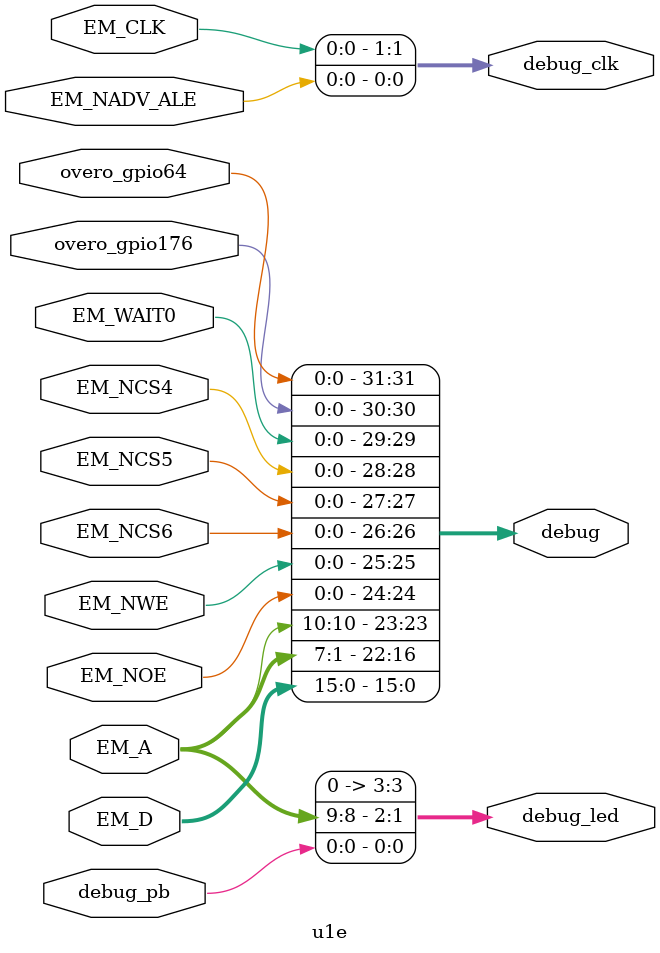
<source format=v>
`timescale 1ns / 1ps

//`define DCM 1

module u1e
  (output [3:0] debug_led, output [31:0] debug, output [1:0] debug_clk,
   input debug_pb,

   // GPMC
   input EM_CLK, input [15:0] EM_D, input [10:1] EM_A,
   input EM_WAIT0, input EM_NCS4, input EM_NCS5, input EM_NCS6, input EM_NWE, input EM_NOE,
   input EM_NADV_ALE,

   input overo_gpio64, input overo_gpio176
   );

   assign debug_clk = {EM_CLK, EM_NADV_ALE};

   assign debug_led = {1'b0, EM_A[9], EM_A[8], debug_pb};

   assign debug = { {overo_gpio64, overo_gpio176, EM_WAIT0, EM_NCS4, EM_NCS5, EM_NCS6, EM_NWE, EM_NOE },
		    { EM_A[10], EM_A[7:1] },
		    { EM_D[15:8] },
		    { EM_D[7:0] } };
   

endmodule // u1e

</source>
